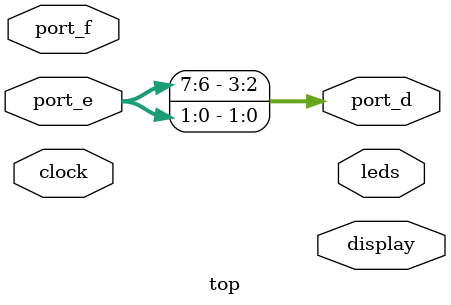
<source format=v>
module top
(
    input         clock,
    input  [7: 0] port_e,
    input  [3: 0] port_f,
    output [3: 0] port_d,
    output [1:12] display,
    output [7: 0] leds
);

assign port_d = { port_e [7], port_e [6], port_e [1], port_e [0] };
	 
endmodule

</source>
